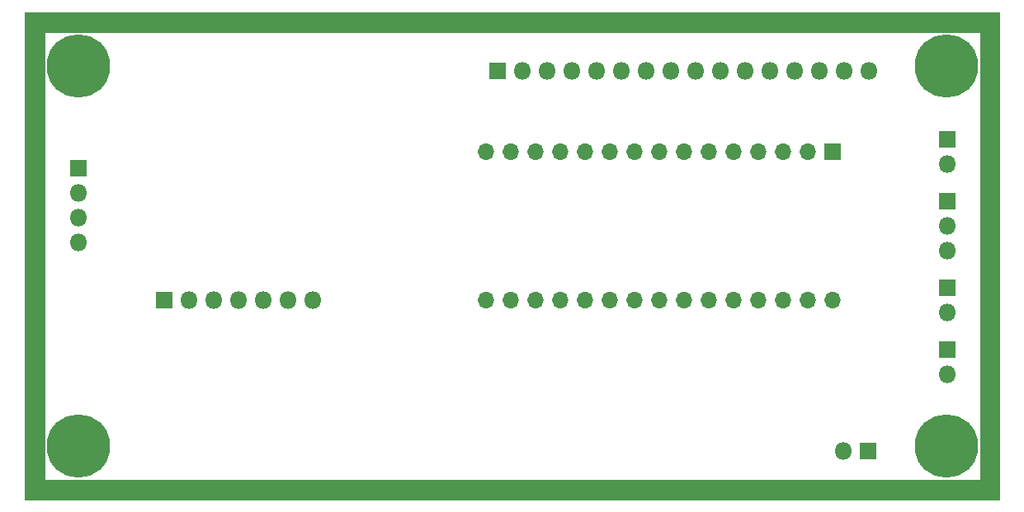
<source format=gbr>
G04 #@! TF.GenerationSoftware,KiCad,Pcbnew,(5.1.6)-1*
G04 #@! TF.CreationDate,2020-09-12T17:38:01+02:00*
G04 #@! TF.ProjectId,vfo-do-with-trimmer_boutons regroup_s-10x5,76666f2d-646f-42d7-9769-74682d747269,rev?*
G04 #@! TF.SameCoordinates,Original*
G04 #@! TF.FileFunction,Soldermask,Bot*
G04 #@! TF.FilePolarity,Negative*
%FSLAX46Y46*%
G04 Gerber Fmt 4.6, Leading zero omitted, Abs format (unit mm)*
G04 Created by KiCad (PCBNEW (5.1.6)-1) date 2020-09-12 17:38:01*
%MOMM*%
%LPD*%
G01*
G04 APERTURE LIST*
%ADD10C,0.100000*%
%ADD11O,1.700000X1.700000*%
%ADD12R,1.700000X1.700000*%
%ADD13O,1.800000X1.800000*%
%ADD14R,1.800000X1.800000*%
%ADD15C,0.900000*%
%ADD16C,6.500000*%
G04 APERTURE END LIST*
D10*
G36*
X200000000Y-150000000D02*
G01*
X198000000Y-150000000D01*
X198000000Y-102000000D01*
X200000000Y-102000000D01*
X200000000Y-150000000D01*
G37*
X200000000Y-150000000D02*
X198000000Y-150000000D01*
X198000000Y-102000000D01*
X200000000Y-102000000D01*
X200000000Y-150000000D01*
G36*
X198000000Y-150000000D02*
G01*
X102000000Y-150000000D01*
X102000000Y-148000000D01*
X198000000Y-148000000D01*
X198000000Y-150000000D01*
G37*
X198000000Y-150000000D02*
X102000000Y-150000000D01*
X102000000Y-148000000D01*
X198000000Y-148000000D01*
X198000000Y-150000000D01*
G36*
X102000000Y-150000000D02*
G01*
X100000000Y-150000000D01*
X100000000Y-102000000D01*
X102000000Y-102000000D01*
X102000000Y-150000000D01*
G37*
X102000000Y-150000000D02*
X100000000Y-150000000D01*
X100000000Y-102000000D01*
X102000000Y-102000000D01*
X102000000Y-150000000D01*
G36*
X200000000Y-102000000D02*
G01*
X100000000Y-102000000D01*
X100000000Y-100000000D01*
X200000000Y-100000000D01*
X200000000Y-102000000D01*
G37*
X200000000Y-102000000D02*
X100000000Y-102000000D01*
X100000000Y-100000000D01*
X200000000Y-100000000D01*
X200000000Y-102000000D01*
D11*
X147320000Y-129540000D03*
X147320000Y-114300000D03*
X182880000Y-129540000D03*
X149860000Y-114300000D03*
X180340000Y-129540000D03*
X152400000Y-114300000D03*
X177800000Y-129540000D03*
X154940000Y-114300000D03*
X175260000Y-129540000D03*
X157480000Y-114300000D03*
X172720000Y-129540000D03*
X160020000Y-114300000D03*
X170180000Y-129540000D03*
X162560000Y-114300000D03*
X167640000Y-129540000D03*
X165100000Y-114300000D03*
X165100000Y-129540000D03*
X167640000Y-114300000D03*
X162560000Y-129540000D03*
X170180000Y-114300000D03*
X160020000Y-129540000D03*
X172720000Y-114300000D03*
X157480000Y-129540000D03*
X175260000Y-114300000D03*
X154940000Y-129540000D03*
X177800000Y-114300000D03*
X152400000Y-129540000D03*
X180340000Y-114300000D03*
X149860000Y-129540000D03*
D12*
X182880000Y-114300000D03*
D13*
X105500000Y-123620000D03*
X105500000Y-121080000D03*
X105500000Y-118540000D03*
D14*
X105500000Y-116000000D03*
D13*
X183960000Y-145000000D03*
D14*
X186500000Y-145000000D03*
D13*
X186600000Y-106000000D03*
X184060000Y-106000000D03*
X181520000Y-106000000D03*
X178980000Y-106000000D03*
X176440000Y-106000000D03*
X173900000Y-106000000D03*
X171360000Y-106000000D03*
X168820000Y-106000000D03*
X166280000Y-106000000D03*
X163740000Y-106000000D03*
X161200000Y-106000000D03*
X158660000Y-106000000D03*
X156120000Y-106000000D03*
X153580000Y-106000000D03*
X151040000Y-106000000D03*
D14*
X148500000Y-106000000D03*
D13*
X129540000Y-129540000D03*
X127000000Y-129540000D03*
X124460000Y-129540000D03*
X121920000Y-129540000D03*
X119380000Y-129540000D03*
X116840000Y-129540000D03*
D14*
X114300000Y-129540000D03*
D13*
X194660000Y-130810000D03*
D14*
X194660000Y-128270000D03*
D13*
X194660000Y-115570000D03*
D14*
X194660000Y-113030000D03*
D13*
X194660000Y-137160000D03*
D14*
X194660000Y-134620000D03*
D13*
X194660000Y-124460000D03*
X194660000Y-121920000D03*
D14*
X194660000Y-119380000D03*
D15*
X107172056Y-103777944D03*
X105475000Y-103075000D03*
X103777944Y-103777944D03*
X103075000Y-105475000D03*
X103777944Y-107172056D03*
X105475000Y-107875000D03*
X107172056Y-107172056D03*
X107875000Y-105475000D03*
D16*
X105475000Y-105475000D03*
X194525000Y-144525000D03*
D15*
X196925000Y-144525000D03*
X196222056Y-146222056D03*
X194525000Y-146925000D03*
X192827944Y-146222056D03*
X192125000Y-144525000D03*
X192827944Y-142827944D03*
X194525000Y-142125000D03*
X196222056Y-142827944D03*
X196222056Y-103777944D03*
X194525000Y-103075000D03*
X192827944Y-103777944D03*
X192125000Y-105475000D03*
X192827944Y-107172056D03*
X194525000Y-107875000D03*
X196222056Y-107172056D03*
X196925000Y-105475000D03*
D16*
X194525000Y-105475000D03*
X105475000Y-144525000D03*
D15*
X107875000Y-144525000D03*
X107172056Y-146222056D03*
X105475000Y-146925000D03*
X103777944Y-146222056D03*
X103075000Y-144525000D03*
X103777944Y-142827944D03*
X105475000Y-142125000D03*
X107172056Y-142827944D03*
M02*

</source>
